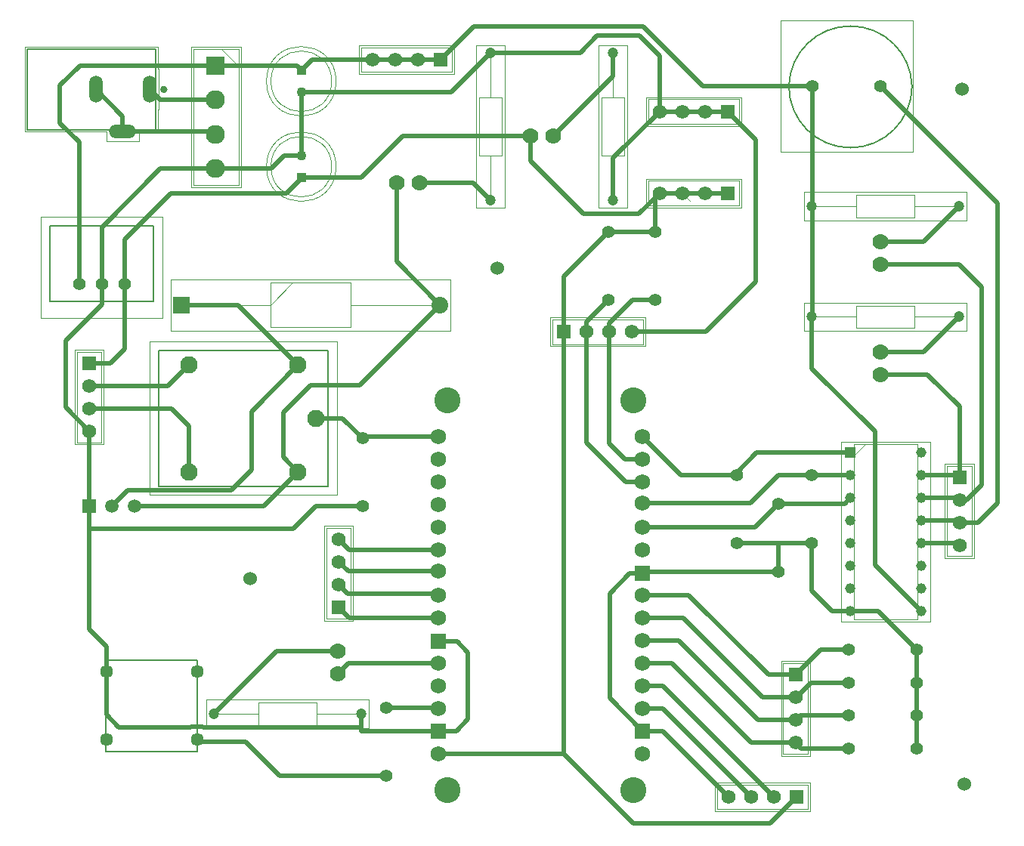
<source format=gbl>
G04*
G04 #@! TF.GenerationSoftware,Altium Limited,Altium Designer,18.0.9 (584)*
G04*
G04 Layer_Physical_Order=2*
G04 Layer_Color=16711680*
%FSLAX44Y44*%
%MOMM*%
G71*
G01*
G75*
%ADD10C,0.2000*%
%ADD11C,0.1000*%
%ADD12C,0.1270*%
%ADD13C,0.4000*%
%ADD14C,0.2540*%
%ADD16C,0.0001*%
%ADD17C,0.0500*%
%ADD42C,0.5000*%
%ADD43C,1.2000*%
%ADD44C,1.5240*%
%ADD45R,1.5000X1.5000*%
%ADD46C,1.5000*%
%ADD47R,1.5750X1.5750*%
%ADD48C,1.5750*%
%ADD49R,1.5750X1.5750*%
%ADD50R,1.1600X1.1600*%
%ADD51C,1.1600*%
%ADD52C,2.1300*%
%ADD53R,2.1300X2.1300*%
%ADD54R,1.8750X1.8750*%
%ADD55C,1.8750*%
%ADD56C,1.1000*%
%ADD57R,1.1000X1.1000*%
%ADD58C,1.4170*%
%ADD59C,1.4000*%
%ADD60C,1.4500*%
%ADD61C,1.9500*%
%ADD62C,1.7780*%
%ADD63O,3.0160X1.5080*%
%ADD64O,1.5080X3.0160*%
%ADD65C,2.9210*%
%ADD66C,1.7526*%
%ADD67R,1.7526X1.7526*%
%ADD68C,0.0000*%
D10*
X1112809Y1189800D02*
G03*
X1250709Y1189800I68950J0D01*
G01*
D02*
G03*
X1112809Y1189800I-68950J-1530D01*
G01*
X284970Y948345D02*
X400970D01*
Y1033345D01*
X284970D02*
X400970D01*
X284970Y948345D02*
Y1033345D01*
X347280Y546800D02*
X450280D01*
Y443800D02*
Y546800D01*
X347280Y443800D02*
X450280D01*
X347280D02*
Y546800D01*
X596730Y741430D02*
Y893430D01*
X406730D02*
X596730D01*
X406730Y741430D02*
Y893430D01*
Y741430D02*
X596730D01*
D11*
X600500Y1195260D02*
G03*
X600500Y1195260I-34000J0D01*
G01*
Y1099570D02*
G03*
X600500Y1099570I-34000J0D01*
G01*
X518730Y473910D02*
X583730D01*
X518730D02*
Y498910D01*
X583730D01*
Y473910D02*
Y498910D01*
Y486410D02*
X633730D01*
X468730D02*
X518730D01*
X315310Y891755D02*
X342710D01*
Y790655D02*
Y891755D01*
X315310Y790655D02*
X342710D01*
X315310D02*
Y891755D01*
X1106540Y542645D02*
X1133940D01*
Y441545D02*
Y542645D01*
X1106540Y441545D02*
X1133940D01*
X1106540D02*
Y542645D01*
X848215Y900700D02*
Y928100D01*
X949315D01*
Y900700D02*
Y928100D01*
X848215Y900700D02*
X949315D01*
X594630Y593340D02*
X622030D01*
X594630D02*
Y694440D01*
X622030D01*
Y593340D02*
Y694440D01*
X735160Y1205845D02*
Y1233245D01*
X634060Y1205845D02*
X735160D01*
X634060D02*
Y1233245D01*
X735160D01*
X1056724Y1147685D02*
Y1175085D01*
X955624Y1147685D02*
X1056724D01*
X955624D02*
Y1175085D01*
X1056724D01*
Y1056245D02*
Y1083645D01*
X955624Y1056245D02*
X1056724D01*
X955624D02*
Y1083645D01*
X1056724D01*
X1290164Y764090D02*
X1317564D01*
Y662990D02*
Y764090D01*
X1290164Y662990D02*
X1317564D01*
X1290164D02*
Y764090D01*
X1133940Y379490D02*
Y406890D01*
X1032840Y379490D02*
X1133940D01*
X1032840D02*
Y406890D01*
X1133940D01*
X1185714Y788665D02*
X1256814D01*
Y591765D02*
Y788665D01*
X1185714Y591765D02*
X1256814D01*
X1185714D02*
Y788665D01*
Y775965D02*
X1198414Y788665D01*
X477430Y1231180D02*
X496680Y1211930D01*
X445880Y1231180D02*
X496680D01*
X445880Y1078780D02*
Y1231180D01*
Y1078780D02*
X496680D01*
Y1231180D01*
X531880Y969450D02*
X621880D01*
Y919400D02*
Y969450D01*
X531880Y919400D02*
X621880D01*
X531880D02*
Y969450D01*
Y944430D02*
X556900Y969450D01*
X431880Y944430D02*
X531880D01*
X621880D02*
X721880D01*
X791090Y1112245D02*
Y1177245D01*
X766090Y1112245D02*
X791090D01*
X766090D02*
Y1177245D01*
X791090D01*
X778590D02*
Y1227245D01*
Y1062245D02*
Y1112245D01*
X903250D02*
Y1177245D01*
X928250D01*
Y1112245D02*
Y1177245D01*
X903250Y1112245D02*
X928250D01*
X915750Y1062245D02*
Y1112245D01*
Y1177245D02*
Y1227245D01*
X1188384Y943796D02*
X1253384D01*
Y918796D02*
Y943796D01*
X1188384Y918796D02*
X1253384D01*
X1188384D02*
Y943796D01*
X1138384Y931296D02*
X1188384D01*
X1253384D02*
X1303384D01*
X1188384Y1067689D02*
X1253384D01*
Y1042689D02*
Y1067689D01*
X1188384Y1042689D02*
X1253384D01*
X1188384D02*
Y1067689D01*
X1138384Y1055189D02*
X1188384D01*
X1253384D02*
X1303384D01*
X1103469Y1115850D02*
X1251369D01*
Y1263750D01*
X1103469D02*
X1251369D01*
X1103469Y1115850D02*
Y1263750D01*
X274970Y930345D02*
X410970D01*
Y1043345D01*
X274970D02*
X410970D01*
X274970Y930345D02*
Y1043345D01*
X606730Y731430D02*
Y903430D01*
X396730D02*
X606730D01*
X396730Y731430D02*
Y903430D01*
Y731430D02*
X606730D01*
D12*
X259550Y1141180D02*
Y1231180D01*
X403550Y1141180D02*
Y1231180D01*
X259550D02*
X403550D01*
X259550Y1141180D02*
X403550D01*
X259550D02*
Y1231180D01*
X403550Y1141180D02*
Y1231180D01*
X259550D02*
X403550D01*
X259550Y1141180D02*
X403550D01*
X259550D02*
Y1231180D01*
X403550D01*
X385050Y1141180D02*
X403550D01*
Y1201680D02*
Y1231180D01*
X259550Y1141180D02*
X349050D01*
X403550D02*
Y1171680D01*
D13*
X414550Y1186180D02*
G03*
X414550Y1186180I-2000J0D01*
G01*
D14*
X466530Y1139180D02*
X469980Y1135730D01*
D16*
X358550Y1144180D02*
X374550D01*
X358550Y1134180D02*
Y1144180D01*
Y1134180D02*
X374550D01*
Y1144180D01*
X331550Y1178180D02*
Y1194180D01*
Y1178180D02*
X341550D01*
Y1194180D01*
X331550D02*
X341550D01*
X391550Y1178180D02*
Y1194180D01*
Y1178180D02*
X401550D01*
Y1194180D01*
X391550D02*
X401550D01*
D17*
X605500Y1195260D02*
G03*
X605500Y1195260I-39000J0D01*
G01*
Y1099570D02*
G03*
X605500Y1099570I-39000J0D01*
G01*
X460230Y470410D02*
X642230D01*
X460230D02*
Y502410D01*
X642230D01*
Y470410D02*
Y502410D01*
X312810Y894255D02*
X345210D01*
Y788155D02*
Y894255D01*
X312810Y788155D02*
X345210D01*
X312810D02*
Y894255D01*
X1104040Y545145D02*
X1136440D01*
Y439045D02*
Y545145D01*
X1104040Y439045D02*
X1136440D01*
X1104040D02*
Y545145D01*
X845715Y898200D02*
Y930600D01*
X951815D01*
Y898200D02*
Y930600D01*
X845715Y898200D02*
X951815D01*
X592130Y590840D02*
X624530D01*
X592130D02*
Y696940D01*
X624530D01*
Y590840D02*
Y696940D01*
X737660Y1203345D02*
Y1235745D01*
X631560Y1203345D02*
X737660D01*
X631560D02*
Y1235745D01*
X737660D01*
X1059224Y1145185D02*
Y1177585D01*
X953124Y1145185D02*
X1059224D01*
X953124D02*
Y1177585D01*
X1059224D01*
Y1053745D02*
Y1086145D01*
X953124Y1053745D02*
X1059224D01*
X953124D02*
Y1086145D01*
X1059224D01*
X1287664Y766590D02*
X1320064D01*
Y660490D02*
Y766590D01*
X1287664Y660490D02*
X1320064D01*
X1287664D02*
Y766590D01*
X1136440Y376990D02*
Y409390D01*
X1030340Y376990D02*
X1136440D01*
X1030340D02*
Y409390D01*
X1136440D01*
X1171664Y791165D02*
X1270864D01*
Y589265D02*
Y791165D01*
X1171664Y589265D02*
X1270864D01*
X1171664D02*
Y791165D01*
X443380Y1233680D02*
X499180D01*
X443380Y1076280D02*
Y1233680D01*
Y1076280D02*
X499180D01*
Y1233680D01*
X420000Y972950D02*
X733750D01*
Y915900D02*
Y972950D01*
X420000Y915900D02*
X733750D01*
X420000D02*
Y972950D01*
X794590Y1053745D02*
Y1235745D01*
X762590Y1053745D02*
X794590D01*
X762590D02*
Y1235745D01*
X794590D01*
X899750Y1053745D02*
Y1235745D01*
X931750D01*
Y1053745D02*
Y1235745D01*
X899750Y1053745D02*
X931750D01*
X1129884Y947296D02*
X1311884D01*
Y915296D02*
Y947296D01*
X1129884Y915296D02*
X1311884D01*
X1129884D02*
Y947296D01*
Y1071189D02*
X1311884D01*
Y1039189D02*
Y1071189D01*
X1129884Y1039189D02*
X1311884D01*
X1129884D02*
Y1071189D01*
X406050Y1209680D02*
X407050D01*
Y1163680D02*
Y1209680D01*
X406050Y1163680D02*
X407050D01*
X406050Y1138680D02*
Y1163680D01*
Y1209680D02*
Y1233680D01*
X256550D02*
X406050D01*
X256550Y1138680D02*
Y1233680D01*
Y1138680D02*
X348050D01*
Y1128180D02*
Y1138680D01*
Y1128180D02*
X385050D01*
Y1138680D01*
X406050D01*
D42*
X547704Y1111855D02*
X566715D01*
X348060Y485120D02*
Y561320D01*
X328635Y693420D02*
Y718820D01*
Y580745D02*
Y693420D01*
X557530D02*
X583257Y719147D01*
X328635Y693420D02*
X557530D01*
X583257Y719147D02*
X635000D01*
X328635Y580745D02*
X348060Y561320D01*
X328635Y718820D02*
X329010Y719195D01*
Y803105D01*
X510540Y825240D02*
X562730Y877430D01*
X510540Y759460D02*
Y825240D01*
X487680Y736600D02*
X510540Y759460D01*
X371815Y736600D02*
X487680D01*
X354035Y718820D02*
X371815Y736600D01*
X524120Y718820D02*
X562730Y757430D01*
X379435Y718820D02*
X524120D01*
X449580Y454660D02*
X504190D01*
X542290Y416560D01*
X661670D01*
X456470Y471170D02*
X633730D01*
Y486410D01*
Y466910D02*
Y471170D01*
X455690Y471950D02*
X456470Y471170D01*
X443470Y471950D02*
X455690D01*
X442690Y471170D02*
X443470Y471950D01*
X362010Y471170D02*
X442690D01*
X348060Y485120D02*
X362010Y471170D01*
X1044274Y1161385D02*
X1075690Y1129969D01*
Y970280D02*
Y1129969D01*
X1019810Y914400D02*
X1075690Y970280D01*
X936865Y914400D02*
X1019810D01*
X860240Y441510D02*
X860665Y441935D01*
Y914400D01*
X910590Y1026160D02*
X962660D01*
X944609Y1046480D02*
X962660Y1064531D01*
X968074Y1069945D01*
X962660Y1026160D02*
Y1064531D01*
X860665Y976235D02*
X910590Y1026160D01*
X860665Y914400D02*
Y976235D01*
X911465Y914400D02*
Y924165D01*
X937260Y949960D01*
X962660D01*
X886065Y914400D02*
Y925435D01*
X910590Y949960D01*
X930090Y746310D02*
X948770D01*
X886065Y790335D02*
X930090Y746310D01*
X886065Y790335D02*
Y914400D01*
X928820Y771710D02*
X948770D01*
X911465Y789065D02*
X928820Y771710D01*
X911465Y789065D02*
Y914400D01*
X1138774Y931296D02*
Y1055189D01*
X1138384Y873296D02*
Y931296D01*
Y873296D02*
X1209040Y802640D01*
Y653239D02*
Y802640D01*
Y653239D02*
X1260964Y601315D01*
X720170Y466910D02*
X739960D01*
X753110Y480060D01*
Y554990D01*
X740860Y567240D02*
X753110Y554990D01*
X720170Y567240D02*
X740860D01*
X1091520Y363220D02*
X1121490Y393190D01*
X938530Y363220D02*
X1091520D01*
X860240Y441510D02*
X938530Y363220D01*
X720170Y441510D02*
X860240D01*
X948770Y643440D02*
X951095Y645765D01*
X1101424D01*
X911860Y503820D02*
X948770Y466910D01*
X911860Y503820D02*
Y621030D01*
X934270Y643440D01*
X948770D01*
X607315Y530860D02*
X619565Y543110D01*
X720170D01*
X719720Y492760D02*
X720170Y492310D01*
X661670Y492760D02*
X719720D01*
X633730Y466910D02*
X720170D01*
X468730Y486410D02*
X538580Y556260D01*
X607315D01*
X612917Y817430D02*
X635000Y795347D01*
X582730Y817430D02*
X612917D01*
X635000Y795347D02*
X636763Y797110D01*
X720170D01*
X608330Y605790D02*
X620210Y593910D01*
X720170D01*
X618355Y621165D02*
X720170D01*
X608330Y631190D02*
X618355Y621165D01*
X720170Y619310D02*
Y621165D01*
X608330Y656590D02*
X618940Y645980D01*
X720170D01*
X608330Y681990D02*
X620210Y670110D01*
X720170D01*
X719282Y593022D02*
X720170Y593910D01*
X882650Y1046480D02*
X944609D01*
X823040Y1106090D02*
X882650Y1046480D01*
X823040Y1106090D02*
Y1133760D01*
X632160Y854710D02*
X721880Y944430D01*
X576580Y854710D02*
X632160D01*
X546100Y824230D02*
X576580Y854710D01*
X546100Y774060D02*
Y824230D01*
Y774060D02*
X562730Y757430D01*
X566500Y1112070D02*
Y1182760D01*
X550244Y1069945D02*
X567369Y1087070D01*
X633680D01*
X566500D02*
X567369D01*
X680370Y1133760D02*
X823040D01*
X633680Y1087070D02*
X680370Y1133760D01*
X673180Y993130D02*
X721880Y944430D01*
X673180Y993130D02*
Y1081590D01*
X495730Y944430D02*
X562730Y877430D01*
X431880Y944430D02*
X495730D01*
X342970Y944950D02*
Y968345D01*
X302260Y904240D02*
X342970Y944950D01*
X302260Y829855D02*
X329010Y803105D01*
X302260Y829855D02*
Y904240D01*
X329010Y879305D02*
X352255D01*
X368370Y895420D01*
Y968345D01*
X440730Y757430D02*
Y808950D01*
X421175Y828505D02*
X440730Y808950D01*
X329010Y828505D02*
X421175D01*
X417205Y853905D02*
X440730Y877430D01*
X329010Y853905D02*
X417205D01*
X1138384Y1055189D02*
X1139469Y1056274D01*
Y1189800D01*
X1215369D02*
X1346254Y1058915D01*
Y722440D02*
Y1058915D01*
X1324654Y700840D02*
X1346254Y722440D01*
X1303864Y700840D02*
X1324654D01*
X1328474Y742760D02*
Y965010D01*
X1311954Y726240D02*
X1328474Y742760D01*
X1303084Y990400D02*
X1328474Y965010D01*
X1215369Y990400D02*
X1303084D01*
X1303864Y726240D02*
X1311954D01*
X1215369Y866507D02*
X1268226D01*
X1303864Y830870D01*
Y751640D02*
Y830870D01*
X1263995Y891908D02*
X1303384Y931296D01*
X1215369Y891908D02*
X1263995D01*
Y1015800D02*
X1303384Y1055189D01*
X1215369Y1015800D02*
X1263995D01*
X1016031Y1189800D02*
X1139469D01*
X949356Y1256475D02*
X1016031Y1189800D01*
X759640Y1256475D02*
X949356D01*
X722710Y1219545D02*
X759640Y1256475D01*
X992165Y753715D02*
X1054154D01*
X948770Y797110D02*
X992165Y753715D01*
X1076539Y779115D02*
X1181564D01*
X1054154Y756730D02*
X1076539Y779115D01*
X1054154Y753715D02*
Y756730D01*
X1102414Y677515D02*
X1138254D01*
X1054154D02*
X1102414D01*
X1101424Y676525D02*
X1102414Y677515D01*
X1101424Y645765D02*
Y676525D01*
X1138254Y624370D02*
Y677515D01*
Y624370D02*
X1161309Y601315D01*
X1181564D01*
X968074Y1069945D02*
X993474D01*
X1018874D01*
X1044274D01*
X1089699Y530195D02*
X1120240D01*
X1000584Y619310D02*
X1089699Y530195D01*
X948770Y619310D02*
X1000584D01*
X1083349Y504795D02*
X1120240D01*
X994234Y593910D02*
X1083349Y504795D01*
X948770Y593910D02*
X994234D01*
X1078269Y479395D02*
X1120240D01*
X989154Y568510D02*
X1078269Y479395D01*
X948770Y568510D02*
X989154D01*
X1070649Y453995D02*
X1120240D01*
X981534Y543110D02*
X1070649Y453995D01*
X948770Y543110D02*
X981534D01*
X971570Y517710D02*
X1096090Y393190D01*
X948770Y517710D02*
X971570D01*
Y492310D02*
X1070690Y393190D01*
X948770Y492310D02*
X971570D01*
Y466910D02*
X1045290Y393190D01*
X948770Y466910D02*
X971570D01*
X1074969Y695510D02*
X1101424Y721965D01*
X948770Y695510D02*
X1074969D01*
X1101424Y753715D02*
X1138254D01*
X1069889Y722180D02*
X1101424Y753715D01*
X948770Y722180D02*
X1069889D01*
X1175214Y721965D02*
X1181564Y728315D01*
X1101424Y721965D02*
X1175214D01*
X1212450Y601315D02*
X1255630Y558135D01*
X1181564Y601315D02*
X1212450D01*
X1120240Y530195D02*
X1148180Y558135D01*
X1179430D01*
X1120240Y504795D02*
X1121197D01*
X1137707Y521305D01*
X1179430D01*
X1120240Y479395D02*
X1125320Y484475D01*
X1179430D01*
X1120240Y453995D02*
X1126590Y447645D01*
X1179430D01*
X1255630D02*
Y484475D01*
Y521305D01*
Y558135D01*
X1138254Y753715D02*
X1181564D01*
X1301789Y677515D02*
X1303864Y675440D01*
X1260964Y677515D02*
X1301789D01*
Y702915D02*
X1303864Y700840D01*
X1260964Y702915D02*
X1301789D01*
Y728315D02*
X1303864Y726240D01*
X1260964Y728315D02*
X1301789D01*
Y753715D02*
X1303864Y751640D01*
X1260964Y753715D02*
X1301789D01*
X968074Y1161385D02*
Y1223615D01*
X945214Y1246475D02*
X968074Y1223615D01*
X898224Y1246475D02*
X945214D01*
X878994Y1227245D02*
X898224Y1246475D01*
X778590Y1227245D02*
X878994D01*
X968074Y1161385D02*
X993474D01*
X1018874D01*
X1044274D01*
X915750Y1109061D02*
X968074Y1161385D01*
X915750Y1062245D02*
Y1109061D01*
Y1201070D02*
Y1227245D01*
X848440Y1133760D02*
X915750Y1201070D01*
X759245Y1081590D02*
X778590Y1062245D01*
X698580Y1081590D02*
X759245D01*
X734105Y1182760D02*
X778590Y1227245D01*
X566500Y1182760D02*
X734105D01*
X420704Y1069945D02*
X550244D01*
X533079Y1097230D02*
X547704Y1111855D01*
X368370Y1017611D02*
X420704Y1069945D01*
X368370Y968345D02*
Y1017611D01*
X469980Y1097230D02*
X533079D01*
X408619D02*
X469980D01*
X342970Y1031581D02*
X408619Y1097230D01*
X342970Y968345D02*
Y1031581D01*
X318379Y1212730D02*
X469980D01*
X296244Y1190595D02*
X318379Y1212730D01*
X296244Y1148685D02*
Y1190595D01*
Y1148685D02*
X317570Y1127359D01*
Y968345D02*
Y1127359D01*
X396550Y1186180D02*
X408500Y1174230D01*
X469980D01*
X366550Y1139180D02*
X466530D01*
X366550D02*
Y1156180D01*
X336550Y1186180D02*
X366550Y1156180D01*
X697310Y1219545D02*
X722710D01*
X671910D02*
X697310D01*
X646510D02*
X671910D01*
X566500Y1207760D02*
X578285Y1219545D01*
X646510D01*
X561530Y1212730D02*
X566500Y1207760D01*
X469980Y1212730D02*
X561530D01*
D43*
X633730Y486410D02*
D03*
X468730D02*
D03*
X778590Y1227245D02*
D03*
Y1062245D02*
D03*
X915750D02*
D03*
Y1227245D02*
D03*
X1138384Y931296D02*
D03*
X1303384D02*
D03*
X1138384Y1055189D02*
D03*
X1303384D02*
D03*
D44*
X509270Y637540D02*
D03*
X1309370Y407670D02*
D03*
X786130Y985520D02*
D03*
X1306830Y1186180D02*
D03*
D45*
X328635Y718820D02*
D03*
D46*
X354035D02*
D03*
X379435D02*
D03*
D47*
X329010Y879305D02*
D03*
X1120240Y530195D02*
D03*
X608330Y605790D02*
D03*
X1303864Y751640D02*
D03*
D48*
X329010Y853905D02*
D03*
Y828505D02*
D03*
Y803105D02*
D03*
X1120240Y504795D02*
D03*
Y479395D02*
D03*
Y453995D02*
D03*
X886065Y914400D02*
D03*
X911465D02*
D03*
X936865D02*
D03*
X608330Y631190D02*
D03*
Y656590D02*
D03*
Y681990D02*
D03*
X697310Y1219545D02*
D03*
X671910D02*
D03*
X646510D02*
D03*
X1018874Y1161385D02*
D03*
X993474D02*
D03*
X968074D02*
D03*
X1018874Y1069945D02*
D03*
X993474D02*
D03*
X968074D02*
D03*
X1303864Y726240D02*
D03*
Y700840D02*
D03*
Y675440D02*
D03*
X1096090Y393190D02*
D03*
X1070690D02*
D03*
X1045290D02*
D03*
D49*
X860665Y914400D02*
D03*
X722710Y1219545D02*
D03*
X1044274Y1161385D02*
D03*
Y1069945D02*
D03*
X1121490Y393190D02*
D03*
D50*
X1181564Y779115D02*
D03*
D51*
Y753715D02*
D03*
Y728315D02*
D03*
Y702915D02*
D03*
Y677515D02*
D03*
Y652115D02*
D03*
Y626715D02*
D03*
Y601315D02*
D03*
X1260964D02*
D03*
Y626715D02*
D03*
Y652115D02*
D03*
Y677515D02*
D03*
Y702915D02*
D03*
Y728315D02*
D03*
Y753715D02*
D03*
Y779115D02*
D03*
D52*
X469980Y1097230D02*
D03*
Y1135730D02*
D03*
Y1174230D02*
D03*
D53*
Y1212730D02*
D03*
D54*
X431880Y944430D02*
D03*
D55*
X721880D02*
D03*
D56*
X566500Y1182760D02*
D03*
Y1112070D02*
D03*
D57*
Y1207760D02*
D03*
Y1087070D02*
D03*
D58*
X1139469Y1189800D02*
D03*
X1215369D02*
D03*
D59*
X317570Y968345D02*
D03*
X342970D02*
D03*
X368370D02*
D03*
X1255630Y558135D02*
D03*
X1179430D02*
D03*
X910590Y949960D02*
D03*
Y1026160D02*
D03*
X1255630Y447645D02*
D03*
X1179430D02*
D03*
X1138254Y677515D02*
D03*
Y753715D02*
D03*
X635000Y719147D02*
D03*
Y795347D02*
D03*
X661670Y492760D02*
D03*
Y416560D02*
D03*
X1101424Y721965D02*
D03*
Y645765D02*
D03*
X1179430Y521305D02*
D03*
X1255630D02*
D03*
Y484475D02*
D03*
X1179430D02*
D03*
X962660Y949960D02*
D03*
Y1026160D02*
D03*
X1054154Y753715D02*
D03*
Y677515D02*
D03*
D60*
X449580Y533400D02*
D03*
X347980D02*
D03*
X449580Y457200D02*
D03*
X347980D02*
D03*
D61*
X582730Y817430D02*
D03*
X562730Y757430D02*
D03*
X440730D02*
D03*
Y877430D02*
D03*
X562730D02*
D03*
D62*
X698580Y1081590D02*
D03*
X673180D02*
D03*
X848440Y1133760D02*
D03*
X823040D02*
D03*
X607315Y556260D02*
D03*
Y530860D02*
D03*
X1215369Y990400D02*
D03*
Y1015800D02*
D03*
Y866507D02*
D03*
Y891908D02*
D03*
D63*
X366550Y1139180D02*
D03*
D64*
X336550Y1186180D02*
D03*
X396550D02*
D03*
D65*
X938610Y837750D02*
D03*
X730330D02*
D03*
X938610Y400870D02*
D03*
X730330D02*
D03*
D66*
X720170Y441510D02*
D03*
Y543110D02*
D03*
Y517710D02*
D03*
Y492310D02*
D03*
Y593910D02*
D03*
Y619310D02*
D03*
Y645980D02*
D03*
Y797110D02*
D03*
Y771710D02*
D03*
Y746310D02*
D03*
Y720910D02*
D03*
Y695510D02*
D03*
Y670110D02*
D03*
X948770Y441510D02*
D03*
Y543110D02*
D03*
Y517710D02*
D03*
Y492310D02*
D03*
Y568510D02*
D03*
Y593910D02*
D03*
Y619310D02*
D03*
Y797110D02*
D03*
Y771710D02*
D03*
Y746310D02*
D03*
Y722180D02*
D03*
Y695510D02*
D03*
Y670110D02*
D03*
D67*
X720170Y466910D02*
D03*
Y567240D02*
D03*
X948770Y466910D02*
D03*
Y643440D02*
D03*
D68*
X993474Y1069945D02*
X1002364Y1061055D01*
M02*

</source>
